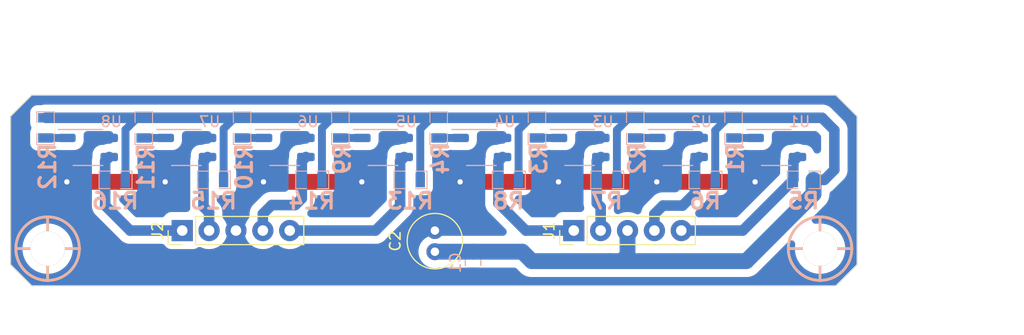
<source format=kicad_pcb>
(kicad_pcb (version 20221018) (generator pcbnew)
  (layers (0 "F.Cu" signal) (31 "B.Cu" signal) (34 "B.Paste" user) (35 "F.Paste" user) (36 "B.SilkS" user "B.Silkscreen") (37 "F.SilkS" user "F.Silkscreen") (38 "B.Mask" user) (39 "F.Mask" user) (44 "Edge.Cuts" user))
  (net 0 "")
  (net 1 "GND")
  (net 2 "+3V3")
  (net 3 "Net-(U1-A)")
  (net 4 "Net-(U2-A)")
  (net 5 "Net-(U3-A)")
  (net 6 "Net-(U4-A)")
  (net 7 "/OUT_1")
  (net 8 "/OUT_2")
  (net 9 "/OUT_3")
  (net 10 "/OUT_4")
  (net 11 "Net-(U5-A)")
  (net 12 "Net-(U6-A)")
  (net 13 "Net-(U7-A)")
  (net 14 "Net-(U8-A)")
  (net 15 "/OUT_5")
  (net 16 "/OUT_6")
  (net 17 "/OUT_7")
  (net 18 "/OUT_8")
  (footprint "EESTN5-v2:Separador_M3_5mm" (layer "F.Cu") (at 123.5 70.5)
    (fp_text reference "H1" hide)
    (fp_text value "HOLE" hide)
    (fp_line (start -3 0) (end 3 0) (stroke (width 0.254)) (layer "B.SilkS"))
    (fp_line (start 0 -3) (end 0 3) (stroke (width 0.254)) (layer "B.SilkS"))
    (fp_circle (center 0 0) (end 3 0) (stroke (width 0.254)) (fill none) (layer "B.SilkS"))
    (fp_line (start -3 0) (end 3 0) (stroke (width 0.254)) (layer "F.SilkS"))
    (fp_line (start 0 -3) (end 0 3) (stroke (width 0.254)) (layer "F.SilkS"))
    (fp_circle (center 0 0) (end 3 0) (stroke (width 0.254)) (fill none) (layer "F.SilkS"))
    (pad "1" thru_hole circle (at 0 0) (size 3.25 3.25) (drill 3.25) (layers "*.Cu" "F.SilkS"))
  )
  (footprint "EESTN5-v2:Separador_M3_5mm" (layer "F.Cu") (at 196.5 70.5)
    (fp_text reference "H2" hide)
    (fp_text value "HOLE" hide)
    (fp_line (start -3 0) (end 3 0) (stroke (width 0.254)) (layer "B.SilkS"))
    (fp_line (start 0 -3) (end 0 3) (stroke (width 0.254)) (layer "B.SilkS"))
    (fp_circle (center 0 0) (end 3 0) (stroke (width 0.254)) (fill none) (layer "B.SilkS"))
    (fp_line (start -3 0) (end 3 0) (stroke (width 0.254)) (layer "F.SilkS"))
    (fp_line (start 0 -3) (end 0 3) (stroke (width 0.254)) (layer "F.SilkS"))
    (fp_circle (center 0 0) (end 3 0) (stroke (width 0.254)) (fill none) (layer "F.SilkS"))
    (pad "1" thru_hole circle (at 0 0) (size 3.25 3.25) (drill 3.25) (layers "*.Cu" "F.SilkS"))
  )
  (footprint "Connector_PinHeader_2.54mm:PinHeader_1x05_P2.54mm_Vertical" (layer "F.Cu") (at 136.22 68.79 90)
    (fp_text reference "J2" (at 0 -2.33 90) (layer "F.SilkS"))
    (fp_text value "Conn_01x05_Pin")
    (fp_line (start -1.33 -1.33) (end 0 -1.33) (stroke (width 0.12)) (layer "F.SilkS"))
    (fp_line (start -1.33 0) (end -1.33 -1.33) (stroke (width 0.12)) (layer "F.SilkS"))
    (fp_line (start -1.33 1.27) (end -1.33 11.49) (stroke (width 0.12)) (layer "F.SilkS"))
    (fp_line (start -1.33 1.27) (end 1.33 1.27) (stroke (width 0.12)) (layer "F.SilkS"))
    (fp_line (start -1.33 11.49) (end 1.33 11.49) (stroke (width 0.12)) (layer "F.SilkS"))
    (fp_line (start 1.33 1.27) (end 1.33 11.49) (stroke (width 0.12)) (layer "F.SilkS"))
    (pad "1" thru_hole rect (at 0 0 90) (size 2 2) (drill 1) (layers "*.Cu" "*.Mask") (net 18 "/OUT_8"))
    (pad "2" thru_hole oval (at 0 2.54 90) (size 2 2) (drill 1) (layers "*.Cu" "*.Mask") (net 17 "/OUT_7"))
    (pad "3" thru_hole oval (at 0 5.08 90) (size 2 2) (drill 1) (layers "*.Cu" "*.Mask") (net 1 "GND"))
    (pad "4" thru_hole oval (at 0 7.62 90) (size 2 2) (drill 1) (layers "*.Cu" "*.Mask") (net 16 "/OUT_6"))
    (pad "5" thru_hole oval (at 0 10.16 90) (size 2 2) (drill 1) (layers "*.Cu" "*.Mask") (net 15 "/OUT_5"))
  )
  (footprint "Connector_PinHeader_2.54mm:PinHeader_1x05_P2.54mm_Vertical" (layer "F.Cu") (at 173.225 68.79 90)
    (fp_text reference "J1" (at 0 -2.33 90) (layer "F.SilkS"))
    (fp_text value "Conn_01x05_Pin")
    (fp_line (start -1.33 -1.33) (end 0 -1.33) (stroke (width 0.12)) (layer "F.SilkS"))
    (fp_line (start -1.33 0) (end -1.33 -1.33) (stroke (width 0.12)) (layer "F.SilkS"))
    (fp_line (start -1.33 1.27) (end -1.33 11.49) (stroke (width 0.12)) (layer "F.SilkS"))
    (fp_line (start -1.33 1.27) (end 1.33 1.27) (stroke (width 0.12)) (layer "F.SilkS"))
    (fp_line (start -1.33 11.49) (end 1.33 11.49) (stroke (width 0.12)) (layer "F.SilkS"))
    (fp_line (start 1.33 1.27) (end 1.33 11.49) (stroke (width 0.12)) (layer "F.SilkS"))
    (pad "1" thru_hole rect (at 0 0 90) (size 2 2) (drill 1) (layers "*.Cu" "*.Mask") (net 10 "/OUT_4"))
    (pad "2" thru_hole oval (at 0 2.54 90) (size 2 2) (drill 1) (layers "*.Cu" "*.Mask") (net 9 "/OUT_3"))
    (pad "3" thru_hole oval (at 0 5.08 90) (size 2 2) (drill 1) (layers "*.Cu" "*.Mask") (net 2 "+3V3"))
    (pad "4" thru_hole oval (at 0 7.62 90) (size 2 2) (drill 1) (layers "*.Cu" "*.Mask") (net 8 "/OUT_2"))
    (pad "5" thru_hole oval (at 0 10.16 90) (size 2 2) (drill 1) (layers "*.Cu" "*.Mask") (net 7 "/OUT_1"))
  )
  (footprint "Capacitor_THT:C_Radial_D5.0mm_H11.0mm_P2.00mm" (layer "F.Cu") (at 160.1 70.79 90)
    (fp_text reference "C2" (at 1 -3.75 90) (layer "F.SilkS"))
    (fp_text value "100uf")
    (fp_circle (center 1 0) (end 3.62 0) (stroke (width 0.12)) (fill none) (layer "F.SilkS"))
    (pad "1" thru_hole circle (at 0 0 90) (size 1.6 1.6) (drill 0.8) (layers "*.Cu" "*.Mask") (net 2 "+3V3"))
    (pad "2" thru_hole circle (at 2 0 90) (size 1.6 1.6) (drill 0.8) (layers "*.Cu" "*.Mask") (net 1 "GND"))
  )
  (footprint "EESTN5-v2:R_0805" (layer "B.Cu") (at 148.47335 64)
    (fp_text reference "R14" (at 0 2) (layer "B.SilkS") (effects (font (size 1.5 1.5) (thickness 0.3)) (justify mirror)))
    (fp_text value "10k" hide)
    (fp_line (start -1.524 -0.8255) (end -1.524 0.8255) (stroke (width 0.09906)) (layer "B.SilkS"))
    (fp_line (start -1.524 0.8255) (end -0.508 0.8255) (stroke (width 0.09906)) (layer "B.SilkS"))
    (fp_line (start -0.508 -0.8255) (end -1.524 -0.8255) (stroke (width 0.09906)) (layer "B.SilkS"))
    (fp_line (start 0.508 0.8255) (end 1.5875 0.8255) (stroke (width 0.09906)) (layer "B.SilkS"))
    (fp_line (start 1.5875 -0.8255) (end 0.508 -0.8255) (stroke (width 0.09906)) (layer "B.SilkS"))
    (fp_line (start 1.5875 0.8255) (end 1.5875 -0.8255) (stroke (width 0.09906)) (layer "B.SilkS"))
    (pad "1" smd rect (at -0.9525 0) (size 0.889 1.397) (layers "B.Cu" "B.Paste" "B.Mask") (net 16 "/OUT_6"))
    (pad "2" smd rect (at 0.9525 0) (size 0.889 1.397) (layers "B.Cu" "B.Paste" "B.Mask") (net 2 "+3V3"))
  )
  (footprint "OptoDevice:OnSemi_CASE100CY" (layer "B.Cu") (at 127.322499 60.94 -90)
    (fp_text reference "U8" (at -2.44 -2.2) (layer "B.SilkS") (effects (justify mirror)))
    (fp_text value "QRE1113GR")
    (fp_line (start -1.7 -1.4) (end -1.7 2.8) (stroke (width 0.12)) (layer "B.SilkS"))
    (fp_line (start 1.7 -1.4) (end 1.7 1.4) (stroke (width 0.12)) (layer "B.SilkS"))
    (pad "1" smd roundrect (at -0.9 2 270) (size 0.79 1.66) (layers "B.Cu" "B.Paste" "B.Mask") (net 14 "Net-(U8-A)"))
    (pad "2" smd roundrect (at -0.9 -2 270) (size 0.79 1.66) (layers "B.Cu" "B.Paste" "B.Mask") (net 1 "GND"))
    (pad "3" smd roundrect (at 0.9 -2 270) (size 0.79 1.66) (layers "B.Cu" "B.Paste" "B.Mask") (net 18 "/OUT_8"))
    (pad "4" smd roundrect (at 0.9 2 270) (size 0.79 1.66) (layers "B.Cu" "B.Paste" "B.Mask") (net 1 "GND"))
  )
  (footprint "EESTN5-v2:R_0805" (layer "B.Cu") (at 129.889499 64)
    (fp_text reference "R16" (at 0 2) (layer "B.SilkS") (effects (font (size 1.5 1.5) (thickness 0.3)) (justify mirror)))
    (fp_text value "10k" hide)
    (fp_line (start -1.524 -0.8255) (end -1.524 0.8255) (stroke (width 0.09906)) (layer "B.SilkS"))
    (fp_line (start -1.524 0.8255) (end -0.508 0.8255) (stroke (width 0.09906)) (layer "B.SilkS"))
    (fp_line (start -0.508 -0.8255) (end -1.524 -0.8255) (stroke (width 0.09906)) (layer "B.SilkS"))
    (fp_line (start 0.508 0.8255) (end 1.5875 0.8255) (stroke (width 0.09906)) (layer "B.SilkS"))
    (fp_line (start 1.5875 -0.8255) (end 0.508 -0.8255) (stroke (width 0.09906)) (layer "B.SilkS"))
    (fp_line (start 1.5875 0.8255) (end 1.5875 -0.8255) (stroke (width 0.09906)) (layer "B.SilkS"))
    (pad "1" smd rect (at -0.9525 0) (size 0.889 1.397) (layers "B.Cu" "B.Paste" "B.Mask") (net 18 "/OUT_8"))
    (pad "2" smd rect (at 0.9525 0) (size 0.889 1.397) (layers "B.Cu" "B.Paste" "B.Mask") (net 2 "+3V3"))
  )
  (footprint "OptoDevice:OnSemi_CASE100CY" (layer "B.Cu") (at 192.36597 60.94 -90)
    (fp_text reference "U1" (at -2.44 -2.2) (layer "B.SilkS") (effects (justify mirror)))
    (fp_text value "QRE1113GR")
    (fp_line (start -1.7 -1.4) (end -1.7 2.8) (stroke (width 0.12)) (layer "B.SilkS"))
    (fp_line (start 1.7 -1.4) (end 1.7 1.4) (stroke (width 0.12)) (layer "B.SilkS"))
    (pad "1" smd roundrect (at -0.9 2 270) (size 0.79 1.66) (layers "B.Cu" "B.Paste" "B.Mask") (net 3 "Net-(U1-A)"))
    (pad "2" smd roundrect (at -0.9 -2 270) (size 0.79 1.66) (layers "B.Cu" "B.Paste" "B.Mask") (net 1 "GND"))
    (pad "3" smd roundrect (at 0.9 -2 270) (size 0.79 1.66) (layers "B.Cu" "B.Paste" "B.Mask") (net 7 "/OUT_1"))
    (pad "4" smd roundrect (at 0.9 2 270) (size 0.79 1.66) (layers "B.Cu" "B.Paste" "B.Mask") (net 1 "GND"))
  )
  (footprint "Capacitor_SMD:C_0805_2012Metric_Pad1.18x1.45mm_HandSolder" (layer "B.Cu") (at 163.71 71.8275 -90)
    (fp_text reference "C1" (at 0 1.68 90) (layer "B.SilkS") (effects (justify mirror)))
    (fp_text value "100nf")
    (fp_line (start -0.261252 -0.735) (end 0.261252 -0.735) (stroke (width 0.12)) (layer "B.SilkS"))
    (fp_line (start -0.261252 0.735) (end 0.261252 0.735) (stroke (width 0.12)) (layer "B.SilkS"))
    (pad "1" smd roundrect (at -1.0375 0 270) (size 1.175 1.45) (layers "B.Cu" "B.Paste" "B.Mask") (roundrect_rratio 0.212766) (net 2 "+3V3"))
    (pad "2" smd roundrect (at 1.0375 0 270) (size 1.175 1.45) (layers "B.Cu" "B.Paste" "B.Mask") (roundrect_rratio 0.212766) (net 1 "GND"))
  )
  (footprint "EESTN5-v2:R_0805" (layer "B.Cu") (at 123.3 59.0875 -90)
    (fp_text reference "R12" (at 3.6625 -0.2 90) (layer "B.SilkS") (effects (font (size 1.5 1.5) (thickness 0.3)) (justify mirror)))
    (fp_text value "100" hide)
    (fp_line (start -1.524 -0.8255) (end -1.524 0.8255) (stroke (width 0.09906)) (layer "B.SilkS"))
    (fp_line (start -1.524 0.8255) (end -0.508 0.8255) (stroke (width 0.09906)) (layer "B.SilkS"))
    (fp_line (start -0.508 -0.8255) (end -1.524 -0.8255) (stroke (width 0.09906)) (layer "B.SilkS"))
    (fp_line (start 0.508 0.8255) (end 1.5875 0.8255) (stroke (width 0.09906)) (layer "B.SilkS"))
    (fp_line (start 1.5875 -0.8255) (end 0.508 -0.8255) (stroke (width 0.09906)) (layer "B.SilkS"))
    (fp_line (start 1.5875 0.8255) (end 1.5875 -0.8255) (stroke (width 0.09906)) (layer "B.SilkS"))
    (pad "1" smd rect (at -0.9525 0 270) (size 0.889 1.397) (layers "B.Cu" "B.Paste" "B.Mask") (net 2 "+3V3"))
    (pad "2" smd rect (at 0.9525 0 270) (size 0.889 1.397) (layers "B.Cu" "B.Paste" "B.Mask") (net 14 "Net-(U8-A)"))
  )
  (footprint "OptoDevice:OnSemi_CASE100CY" (layer "B.Cu") (at 145.90635 60.94 -90)
    (fp_text reference "U6" (at -2.44 -2.2) (layer "B.SilkS") (effects (justify mirror)))
    (fp_text value "QRE1113GR")
    (fp_line (start -1.7 -1.4) (end -1.7 2.8) (stroke (width 0.12)) (layer "B.SilkS"))
    (fp_line (start 1.7 -1.4) (end 1.7 1.4) (stroke (width 0.12)) (layer "B.SilkS"))
    (pad "1" smd roundrect (at -0.9 2 270) (size 0.79 1.66) (layers "B.Cu" "B.Paste" "B.Mask") (net 12 "Net-(U6-A)"))
    (pad "2" smd roundrect (at -0.9 -2 270) (size 0.79 1.66) (layers "B.Cu" "B.Paste" "B.Mask") (net 1 "GND"))
    (pad "3" smd roundrect (at 0.9 -2 270) (size 0.79 1.66) (layers "B.Cu" "B.Paste" "B.Mask") (net 16 "/OUT_6"))
    (pad "4" smd roundrect (at 0.9 2 270) (size 0.79 1.66) (layers "B.Cu" "B.Paste" "B.Mask") (net 1 "GND"))
  )
  (footprint "EESTN5-v2:R_0805" (layer "B.Cu") (at 167.057198 64)
    (fp_text reference "R8" (at 0 2) (layer "B.SilkS") (effects (font (size 1.5 1.5) (thickness 0.3)) (justify mirror)))
    (fp_text value "10k" hide)
    (fp_line (start -1.524 -0.8255) (end -1.524 0.8255) (stroke (width 0.09906)) (layer "B.SilkS"))
    (fp_line (start -1.524 0.8255) (end -0.508 0.8255) (stroke (width 0.09906)) (layer "B.SilkS"))
    (fp_line (start -0.508 -0.8255) (end -1.524 -0.8255) (stroke (width 0.09906)) (layer "B.SilkS"))
    (fp_line (start 0.508 0.8255) (end 1.5875 0.8255) (stroke (width 0.09906)) (layer "B.SilkS"))
    (fp_line (start 1.5875 -0.8255) (end 0.508 -0.8255) (stroke (width 0.09906)) (layer "B.SilkS"))
    (fp_line (start 1.5875 0.8255) (end 1.5875 -0.8255) (stroke (width 0.09906)) (layer "B.SilkS"))
    (pad "1" smd rect (at -0.9525 0) (size 0.889 1.397) (layers "B.Cu" "B.Paste" "B.Mask") (net 10 "/OUT_4"))
    (pad "2" smd rect (at 0.9525 0) (size 0.889 1.397) (layers "B.Cu" "B.Paste" "B.Mask") (net 2 "+3V3"))
  )
  (footprint "EESTN5-v2:R_0805" (layer "B.Cu") (at 179.03571 59.0875 -90)
    (fp_text reference "R2" (at 2.9125 -0.175 90) (layer "B.SilkS") (effects (font (size 1.5 1.5) (thickness 0.3)) (justify mirror)))
    (fp_text value "100" hide)
    (fp_line (start -1.524 -0.8255) (end -1.524 0.8255) (stroke (width 0.09906)) (layer "B.SilkS"))
    (fp_line (start -1.524 0.8255) (end -0.508 0.8255) (stroke (width 0.09906)) (layer "B.SilkS"))
    (fp_line (start -0.508 -0.8255) (end -1.524 -0.8255) (stroke (width 0.09906)) (layer "B.SilkS"))
    (fp_line (start 0.508 0.8255) (end 1.5875 0.8255) (stroke (width 0.09906)) (layer "B.SilkS"))
    (fp_line (start 1.5875 -0.8255) (end 0.508 -0.8255) (stroke (width 0.09906)) (layer "B.SilkS"))
    (fp_line (start 1.5875 0.8255) (end 1.5875 -0.8255) (stroke (width 0.09906)) (layer "B.SilkS"))
    (pad "1" smd rect (at -0.9525 0 270) (size 0.889 1.397) (layers "B.Cu" "B.Paste" "B.Mask") (net 2 "+3V3"))
    (pad "2" smd rect (at 0.9525 0 270) (size 0.889 1.397) (layers "B.Cu" "B.Paste" "B.Mask") (net 4 "Net-(U2-A)"))
  )
  (footprint "EESTN5-v2:R_0805" (layer "B.Cu") (at 160.45714 59.0875 -90)
    (fp_text reference "R4" (at 2.9125 -0.175 90) (layer "B.SilkS") (effects (font (size 1.5 1.5) (thickness 0.3)) (justify mirror)))
    (fp_text value "100" hide)
    (fp_line (start -1.524 -0.8255) (end -1.524 0.8255) (stroke (width 0.09906)) (layer "B.SilkS"))
    (fp_line (start -1.524 0.8255) (end -0.508 0.8255) (stroke (width 0.09906)) (layer "B.SilkS"))
    (fp_line (start -0.508 -0.8255) (end -1.524 -0.8255) (stroke (width 0.09906)) (layer "B.SilkS"))
    (fp_line (start 0.508 0.8255) (end 1.5875 0.8255) (stroke (width 0.09906)) (layer "B.SilkS"))
    (fp_line (start 1.5875 -0.8255) (end 0.508 -0.8255) (stroke (width 0.09906)) (layer "B.SilkS"))
    (fp_line (start 1.5875 0.8255) (end 1.5875 -0.8255) (stroke (width 0.09906)) (layer "B.SilkS"))
    (pad "1" smd rect (at -0.9525 0 270) (size 0.889 1.397) (layers "B.Cu" "B.Paste" "B.Mask") (net 2 "+3V3"))
    (pad "2" smd rect (at 0.9525 0 270) (size 0.889 1.397) (layers "B.Cu" "B.Paste" "B.Mask") (net 6 "Net-(U4-A)"))
  )
  (footprint "EESTN5-v2:R_0805" (layer "B.Cu") (at 185.641046 64)
    (fp_text reference "R6" (at 0 2) (layer "B.SilkS") (effects (font (size 1.5 1.5) (thickness 0.3)) (justify mirror)))
    (fp_text value "10k" hide)
    (fp_line (start -1.524 -0.8255) (end -1.524 0.8255) (stroke (width 0.09906)) (layer "B.SilkS"))
    (fp_line (start -1.524 0.8255) (end -0.508 0.8255) (stroke (width 0.09906)) (layer "B.SilkS"))
    (fp_line (start -0.508 -0.8255) (end -1.524 -0.8255) (stroke (width 0.09906)) (layer "B.SilkS"))
    (fp_line (start 0.508 0.8255) (end 1.5875 0.8255) (stroke (width 0.09906)) (layer "B.SilkS"))
    (fp_line (start 1.5875 -0.8255) (end 0.508 -0.8255) (stroke (width 0.09906)) (layer "B.SilkS"))
    (fp_line (start 1.5875 0.8255) (end 1.5875 -0.8255) (stroke (width 0.09906)) (layer "B.SilkS"))
    (pad "1" smd rect (at -0.9525 0) (size 0.889 1.397) (layers "B.Cu" "B.Paste" "B.Mask") (net 8 "/OUT_2"))
    (pad "2" smd rect (at 0.9525 0) (size 0.889 1.397) (layers "B.Cu" "B.Paste" "B.Mask") (net 2 "+3V3"))
  )
  (footprint "OptoDevice:OnSemi_CASE100CY" (layer "B.Cu") (at 164.490198 60.94 -90)
    (fp_text reference "U4" (at -2.44 -2.2) (layer "B.SilkS") (effects (justify mirror)))
    (fp_text value "QRE1113GR")
    (fp_line (start -1.7 -1.4) (end -1.7 2.8) (stroke (width 0.12)) (layer "B.SilkS"))
    (fp_line (start 1.7 -1.4) (end 1.7 1.4) (stroke (width 0.12)) (layer "B.SilkS"))
    (pad "1" smd roundrect (at -0.9 2 270) (size 0.79 1.66) (layers "B.Cu" "B.Paste" "B.Mask") (net 6 "Net-(U4-A)"))
    (pad "2" smd roundrect (at -0.9 -2 270) (size 0.79 1.66) (layers "B.Cu" "B.Paste" "B.Mask") (net 1 "GND"))
    (pad "3" smd roundrect (at 0.9 -2 270) (size 0.79 1.66) (layers "B.Cu" "B.Paste" "B.Mask") (net 10 "/OUT_4"))
    (pad "4" smd roundrect (at 0.9 2 270) (size 0.79 1.66) (layers "B.Cu" "B.Paste" "B.Mask") (net 1 "GND"))
  )
  (footprint "OptoDevice:OnSemi_CASE100CY" (layer "B.Cu") (at 136.614426 60.94 -90)
    (fp_text reference "U7" (at -2.44 -2.2) (layer "B.SilkS") (effects (justify mirror)))
    (fp_text value "QRE1113GR")
    (fp_line (start -1.7 -1.4) (end -1.7 2.8) (stroke (width 0.12)) (layer "B.SilkS"))
    (fp_line (start 1.7 -1.4) (end 1.7 1.4) (stroke (width 0.12)) (layer "B.SilkS"))
    (pad "1" smd roundrect (at -0.9 2 270) (size 0.79 1.66) (layers "B.Cu" "B.Paste" "B.Mask") (net 13 "Net-(U7-A)"))
    (pad "2" smd roundrect (at -0.9 -2 270) (size 0.79 1.66) (layers "B.Cu" "B.Paste" "B.Mask") (net 1 "GND"))
    (pad "3" smd roundrect (at 0.9 -2 270) (size 0.79 1.66) (layers "B.Cu" "B.Paste" "B.Mask") (net 17 "/OUT_7"))
    (pad "4" smd roundrect (at 0.9 2 270) (size 0.79 1.66) (layers "B.Cu" "B.Paste" "B.Mask") (net 1 "GND"))
  )
  (footprint "EESTN5-v2:R_0805" (layer "B.Cu") (at 169.746425 59.0875 -90)
    (fp_text reference "R3" (at 2.9125 -0.175 90) (layer "B.SilkS") (effects (font (size 1.5 1.5) (thickness 0.3)) (justify mirror)))
    (fp_text value "100" hide)
    (fp_line (start -1.524 -0.8255) (end -1.524 0.8255) (stroke (width 0.09906)) (layer "B.SilkS"))
    (fp_line (start -1.524 0.8255) (end -0.508 0.8255) (stroke (width 0.09906)) (layer "B.SilkS"))
    (fp_line (start -0.508 -0.8255) (end -1.524 -0.8255) (stroke (width 0.09906)) (layer "B.SilkS"))
    (fp_line (start 0.508 0.8255) (end 1.5875 0.8255) (stroke (width 0.09906)) (layer "B.SilkS"))
    (fp_line (start 1.5875 -0.8255) (end 0.508 -0.8255) (stroke (width 0.09906)) (layer "B.SilkS"))
    (fp_line (start 1.5875 0.8255) (end 1.5875 -0.8255) (stroke (width 0.09906)) (layer "B.SilkS"))
    (pad "1" smd rect (at -0.9525 0 270) (size 0.889 1.397) (layers "B.Cu" "B.Paste" "B.Mask") (net 2 "+3V3"))
    (pad "2" smd rect (at 0.9525 0 270) (size 0.889 1.397) (layers "B.Cu" "B.Paste" "B.Mask") (net 5 "Net-(U3-A)"))
  )
  (footprint "EESTN5-v2:R_0805" (layer "B.Cu") (at 139.181426 64)
    (fp_text reference "R15" (at 0 2) (layer "B.SilkS") (effects (font (size 1.5 1.5) (thickness 0.3)) (justify mirror)))
    (fp_text value "10k" hide)
    (fp_line (start -1.524 -0.8255) (end -1.524 0.8255) (stroke (width 0.09906)) (layer "B.SilkS"))
    (fp_line (start -1.524 0.8255) (end -0.508 0.8255) (stroke (width 0.09906)) (layer "B.SilkS"))
    (fp_line (start -0.508 -0.8255) (end -1.524 -0.8255) (stroke (width 0.09906)) (layer "B.SilkS"))
    (fp_line (start 0.508 0.8255) (end 1.5875 0.8255) (stroke (width 0.09906)) (layer "B.SilkS"))
    (fp_line (start 1.5875 -0.8255) (end 0.508 -0.8255) (stroke (width 0.09906)) (layer "B.SilkS"))
    (fp_line (start 1.5875 0.8255) (end 1.5875 -0.8255) (stroke (width 0.09906)) (layer "B.SilkS"))
    (pad "1" smd rect (at -0.9525 0) (size 0.889 1.397) (layers "B.Cu" "B.Paste" "B.Mask") (net 17 "/OUT_7"))
    (pad "2" smd rect (at 0.9525 0) (size 0.889 1.397) (layers "B.Cu" "B.Paste" "B.Mask") (net 2 "+3V3"))
  )
  (footprint "OptoDevice:OnSemi_CASE100CY" (layer "B.Cu") (at 173.782122 60.94 -90)
    (fp_text reference "U3" (at -2.44 -2.2) (layer "B.SilkS") (effects (justify mirror)))
    (fp_text value "QRE1113GR")
    (fp_line (start -1.7 -1.4) (end -1.7 2.8) (stroke (width 0.12)) (layer "B.SilkS"))
    (fp_line (start 1.7 -1.4) (end 1.7 1.4) (stroke (width 0.12)) (layer "B.SilkS"))
    (pad "1" smd roundrect (at -0.9 2 270) (size 0.79 1.66) (layers "B.Cu" "B.Paste" "B.Mask") (net 5 "Net-(U3-A)"))
    (pad "2" smd roundrect (at -0.9 -2 270) (size 0.79 1.66) (layers "B.Cu" "B.Paste" "B.Mask") (net 1 "GND"))
    (pad "3" smd roundrect (at 0.9 -2 270) (size 0.79 1.66) (layers "B.Cu" "B.Paste" "B.Mask") (net 9 "/OUT_3"))
    (pad "4" smd roundrect (at 0.9 2 270) (size 0.79 1.66) (layers "B.Cu" "B.Paste" "B.Mask") (net 1 "GND"))
  )
  (footprint "EESTN5-v2:R_0805" (layer "B.Cu") (at 157.765274 64)
    (fp_text reference "R13" (at 0 2) (layer "B.SilkS") (effects (font (size 1.5 1.5) (thickness 0.3)) (justify mirror)))
    (fp_text value "10k" hide)
    (fp_line (start -1.524 -0.8255) (end -1.524 0.8255) (stroke (width 0.09906)) (layer "B.SilkS"))
    (fp_line (start -1.524 0.8255) (end -0.508 0.8255) (stroke (width 0.09906)) (layer "B.SilkS"))
    (fp_line (start -0.508 -0.8255) (end -1.524 -0.8255) (stroke (width 0.09906)) (layer "B.SilkS"))
    (fp_line (start 0.508 0.8255) (end 1.5875 0.8255) (stroke (width 0.09906)) (layer "B.SilkS"))
    (fp_line (start 1.5875 -0.8255) (end 0.508 -0.8255) (stroke (width 0.09906)) (layer "B.SilkS"))
    (fp_line (start 1.5875 0.8255) (end 1.5875 -0.8255) (stroke (width 0.09906)) (layer "B.SilkS"))
    (pad "1" smd rect (at -0.9525 0) (size 0.889 1.397) (layers "B.Cu" "B.Paste" "B.Mask") (net 15 "/OUT_5"))
    (pad "2" smd rect (at 0.9525 0) (size 0.889 1.397) (layers "B.Cu" "B.Paste" "B.Mask") (net 2 "+3V3"))
  )
  (footprint "EESTN5-v2:R_0805" (layer "B.Cu") (at 151.167855 59.0875 -90)
    (fp_text reference "R9" (at 2.9125 -0.175 90) (layer "B.SilkS") (effects (font (size 1.5 1.5) (thickness 0.3)) (justify mirror)))
    (fp_text value "100" hide)
    (fp_line (start -1.524 -0.8255) (end -1.524 0.8255) (stroke (width 0.09906)) (layer "B.SilkS"))
    (fp_line (start -1.524 0.8255) (end -0.508 0.8255) (stroke (width 0.09906)) (layer "B.SilkS"))
    (fp_line (start -0.508 -0.8255) (end -1.524 -0.8255) (stroke (width 0.09906)) (layer "B.SilkS"))
    (fp_line (start 0.508 0.8255) (end 1.5875 0.8255) (stroke (width 0.09906)) (layer "B.SilkS"))
    (fp_line (start 1.5875 -0.8255) (end 0.508 -0.8255) (stroke (width 0.09906)) (layer "B.SilkS"))
    (fp_line (start 1.5875 0.8255) (end 1.5875 -0.8255) (stroke (width 0.09906)) (layer "B.SilkS"))
    (pad "1" smd rect (at -0.9525 0 270) (size 0.889 1.397) (layers "B.Cu" "B.Paste" "B.Mask") (net 2 "+3V3"))
    (pad "2" smd rect (at 0.9525 0 270) (size 0.889 1.397) (layers "B.Cu" "B.Paste" "B.Mask") (net 11 "Net-(U5-A)"))
  )
  (footprint "EESTN5-v2:R_0805" (layer "B.Cu") (at 141.87857 59.0875 -90)
    (fp_text reference "R10" (at 3.6625 -0.2 90) (layer "B.SilkS") (effects (font (size 1.5 1.5) (thickness 0.3)) (justify mirror)))
    (fp_text value "100" hide)
    (fp_line (start -1.524 -0.8255) (end -1.524 0.8255) (stroke (width 0.09906)) (layer "B.SilkS"))
    (fp_line (start -1.524 0.8255) (end -0.508 0.8255) (stroke (width 0.09906)) (layer "B.SilkS"))
    (fp_line (start -0.508 -0.8255) (end -1.524 -0.8255) (stroke (width 0.09906)) (layer "B.SilkS"))
    (fp_line (start 0.508 0.8255) (end 1.5875 0.8255) (stroke (width 0.09906)) (layer "B.SilkS"))
    (fp_line (start 1.5875 -0.8255) (end 0.508 -0.8255) (stroke (width 0.09906)) (layer "B.SilkS"))
    (fp_line (start 1.5875 0.8255) (end 1.5875 -0.8255) (stroke (width 0.09906)) (layer "B.SilkS"))
    (pad "1" smd rect (at -0.9525 0 270) (size 0.889 1.397) (layers "B.Cu" "B.Paste" "B.Mask") (net 2 "+3V3"))
    (pad "2" smd rect (at 0.9525 0 270) (size 0.889 1.397) (layers "B.Cu" "B.Paste" "B.Mask") (net 12 "Net-(U6-A)"))
  )
  (footprint "EESTN5-v2:R_0805" (layer "B.Cu") (at 188.325 59.0875 -90)
    (fp_text reference "R1" (at 2.9125 -0.175 90) (layer "B.SilkS") (effects (font (size 1.5 1.5) (thickness 0.3)) (justify mirror)))
    (fp_text value "100" hide)
    (fp_line (start -1.524 -0.8255) (end -1.524 0.8255) (stroke (width 0.09906)) (layer "B.SilkS"))
    (fp_line (start -1.524 0.8255) (end -0.508 0.8255) (stroke (width 0.09906)) (layer "B.SilkS"))
    (fp_line (start -0.508 -0.8255) (end -1.524 -0.8255) (stroke (width 0.09906)) (layer "B.SilkS"))
    (fp_line (start 0.508 0.8255) (end 1.5875 0.8255) (stroke (width 0.09906)) (layer "B.SilkS"))
    (fp_line (start 1.5875 -0.8255) (end 0.508 -0.8255) (stroke (width 0.09906)) (layer "B.SilkS"))
    (fp_line (start 1.5875 0.8255) (end 1.5875 -0.8255) (stroke (width 0.09906)) (layer "B.SilkS"))
    (pad "1" smd rect (at -0.9525 0 270) (size 0.889 1.397) (layers "B.Cu" "B.Paste" "B.Mask") (net 2 "+3V3"))
    (pad "2" smd rect (at 0.9525 0 270) (size 0.889 1.397) (layers "B.Cu" "B.Paste" "B.Mask") (net 3 "Net-(U1-A)"))
  )
  (footprint "EESTN5-v2:R_0805" (layer "B.Cu") (at 132.589285 59.0875 -90)
    (fp_text reference "R11" (at 3.6625 -0.2 90) (layer "B.SilkS") (effects (font (size 1.5 1.5) (thickness 0.3)) (justify mirror)))
    (fp_text value "100" hide)
    (fp_line (start -1.524 -0.8255) (end -1.524 0.8255) (stroke (width 0.09906)) (layer "B.SilkS"))
    (fp_line (start -1.524 0.8255) (end -0.508 0.8255) (stroke (width 0.09906)) (layer "B.SilkS"))
    (fp_line (start -0.508 -0.8255) (end -1.524 -0.8255) (stroke (width 0.09906)) (layer "B.SilkS"))
    (fp_line (start 0.508 0.8255) (end 1.5875 0.8255) (stroke (width 0.09906)) (layer "B.SilkS"))
    (fp_line (start 1.5875 -0.8255) (end 0.508 -0.8255) (stroke (width 0.09906)) (layer "B.SilkS"))
    (fp_line (start 1.5875 0.8255) (end 1.5875 -0.8255) (stroke (width 0.09906)) (layer "B.SilkS"))
    (pad "1" smd rect (at -0.9525 0 270) (size 0.889 1.397) (layers "B.Cu" "B.Paste" "B.Mask") (net 2 "+3V3"))
    (pad "2" smd rect (at 0.9525 0 270) (size 0.889 1.397) (layers "B.Cu" "B.Paste" "B.Mask") (net 13 "Net-(U7-A)"))
  )
  (footprint "EESTN5-v2:R_0805" (layer "B.Cu") (at 194.93297 64)
    (fp_text reference "R5" (at 0 2) (layer "B.SilkS") (effects (font (size 1.5 1.5) (thickness 0.3)) (justify mirror)))
    (fp_text value "10k" hide)
    (fp_line (start -1.524 -0.8255) (end -1.524 0.8255) (stroke (width 0.09906)) (layer "B.SilkS"))
    (fp_line (start -1.524 0.8255) (end -0.508 0.8255) (stroke (width 0.09906)) (layer "B.SilkS"))
    (fp_line (start -0.508 -0.8255) (end -1.524 -0.8255) (stroke (width 0.09906)) (layer "B.SilkS"))
    (fp_line (start 0.508 0.8255) (end 1.5875 0.8255) (stroke (width 0.09906)) (layer "B.SilkS"))
    (fp_line (start 1.5875 -0.8255) (end 0.508 -0.8255) (stroke (width 0.09906)) (layer "B.SilkS"))
    (fp_line (start 1.5875 0.8255) (end 1.5875 -0.8255) (stroke (width 0.09906)) (layer "B.SilkS"))
    (pad "1" smd rect (at -0.9525 0) (size 0.889 1.397) (layers "B.Cu" "B.Paste" "B.Mask") (net 7 "/OUT_1"))
    (pad "2" smd rect (at 0.9525 0) (size 0.889 1.397) (layers "B.Cu" "B.Paste" "B.Mask") (net 2 "+3V3"))
  )
  (footprint "EESTN5-v2:R_0805" (layer "B.Cu") (at 176.349122 64)
    (fp_text reference "R7" (at 0 2) (layer "B.SilkS") (effects (font (size 1.5 1.5) (thickness 0.3)) (justify mirror)))
    (fp_text value "10k" hide)
    (fp_line (start -1.524 -0.8255) (end -1.524 0.8255) (stroke (width 0.09906)) (layer "B.SilkS"))
    (fp_line (start -1.524 0.8255) (end -0.508 0.8255) (stroke (width 0.09906)) (layer "B.SilkS"))
    (fp_line (start -0.508 -0.8255) (end -1.524 -0.8255) (stroke (width 0.09906)) (layer "B.SilkS"))
    (fp_line (start 0.508 0.8255) (end 1.5875 0.8255) (stroke (width 0.09906)) (layer "B.SilkS"))
    (fp_line (start 1.5875 -0.8255) (end 0.508 -0.8255) (stroke (width 0.09906)) (layer "B.SilkS"))
    (fp_line (start 1.5875 0.8255) (end 1.5875 -0.8255) (stroke (width 0.09906)) (layer "B.SilkS"))
    (pad "1" smd rect (at -0.9525 0) (size 0.889 1.397) (layers "B.Cu" "B.Paste" "B.Mask") (net 9 "/OUT_3"))
    (pad "2" smd rect (at 0.9525 0) (size 0.889 1.397) (layers "B.Cu" "B.Paste" "B.Mask") (net 2 "+3V3"))
  )
  (footprint "OptoDevice:OnSemi_CASE100CY" (layer "B.Cu") (at 183.074046 60.94 -90)
    (fp_text reference "U2" (at -2.44 -2.2) (layer "B.SilkS") (effects (justify mirror)))
    (fp_text value "QRE1113GR")
    (fp_line (start -1.7 -1.4) (end -1.7 2.8) (stroke (width 0.12)) (layer "B.SilkS"))
    (fp_line (start 1.7 -1.4) (end 1.7 1.4) (stroke (width 0.12)) (layer "B.SilkS"))
    (pad "1" smd roundrect (at -0.9 2 270) (size 0.79 1.66) (layers "B.Cu" "B.Paste" "B.Mask") (net 4 "Net-(U2-A)"))
    (pad "2" smd roundrect (at -0.9 -2 270) (size 0.79 1.66) (layers "B.Cu" "B.Paste" "B.Mask") (net 1 "GND"))
    (pad "3" smd roundrect (at 0.9 -2 270) (size 0.79 1.66) (layers "B.Cu" "B.Paste" "B.Mask") (net 8 "/OUT_2"))
    (pad "4" smd roundrect (at 0.9 2 270) (size 0.79 1.66) (layers "B.Cu" "B.Paste" "B.Mask") (net 1 "GND"))
  )
  (footprint "OptoDevice:OnSemi_CASE100CY" (layer "B.Cu") (at 155.198274 60.94 -90)
    (fp_text reference "U5" (at -2.44 -2.2) (layer "B.SilkS") (effects (justify mirror)))
    (fp_text value "QRE1113GR")
    (fp_line (start -1.7 -1.4) (end -1.7 2.8) (stroke (width 0.12)) (layer "B.SilkS"))
    (fp_line (start 1.7 -1.4) (end 1.7 1.4) (stroke (width 0.12)) (layer "B.SilkS"))
    (pad "1" smd roundrect (at -0.9 2 270) (size 0.79 1.66) (layers "B.Cu" "B.Paste" "B.Mask") (net 11 "Net-(U5-A)"))
    (pad "2" smd roundrect (at -0.9 -2 270) (size 0.79 1.66) (layers "B.Cu" "B.Paste" "B.Mask") (net 1 "GND"))
    (pad "3" smd roundrect (at 0.9 -2 270) (size 0.79 1.66) (layers "B.Cu" "B.Paste" "B.Mask") (net 15 "/OUT_5"))
    (pad "4" smd roundrect (at 0.9 2 270) (size 0.79 1.66) (layers "B.Cu" "B.Paste" "B.Mask") (net 1 "GND"))
  )
  (gr_line (start 200 58) (end 200 72) (stroke (width 0.1)) (layer "Edge.Cuts"))
  (gr_line (start 120 58) (end 122 56) (stroke (width 0.1)) (layer "Edge.Cuts"))
  (gr_line (start 198 74) (end 122 74) (stroke (width 0.1)) (layer "Edge.Cuts"))
  (gr_line (start 120 72) (end 120 58) (stroke (width 0.1)) (layer "Edge.Cuts"))
  (gr_line (start 122 74) (end 120 72) (stroke (width 0.1)) (layer "Edge.Cuts"))
  (gr_line (start 122 56) (end 198 56) (stroke (width 0.1)) (layer "Edge.Cuts"))
  (gr_line (start 200 72) (end 198 74) (stroke (width 0.1)) (layer "Edge.Cuts"))
  (gr_line (start 198 56) (end 200 58) (stroke (width 0.1)) (layer "Edge.Cuts"))
  (segment (start 125.318453 64.19) (end 134.61038 64.19) (width 1.5) (layer "F.Cu") (net 1))
  (segment (start 162.486152 64.19) (end 171.778076 64.19) (width 1.5) (layer "F.Cu") (net 1))
  (segment (start 190.361924 64.19) (end 181.07 64.19) (width 1.5) (layer "F.Cu") (net 1))
  (segment (start 143.902304 64.19) (end 153.194228 64.19) (width 1.5) (layer "F.Cu") (net 1))
  (segment (start 181.07 64.19) (end 171.778076 64.19) (width 1.5) (layer "F.Cu") (net 1))
  (segment (start 125.355 64.375) (end 125.32 64.34) (width 0.75) (layer "F.Cu") (net 1))
  (via (at 125.318453 64.19) (size 2) (drill 0.5) (layers "F.Cu" "B.Cu") (net 1))
  (via (at 143.902304 64.19) (size 2) (drill 0.5) (layers "F.Cu" "B.Cu") (net 1))
  (via (at 181.07 64.19) (size 2) (drill 0.5) (layers "F.Cu" "B.Cu") (net 1))
  (via (at 171.778076 64.19) (size 2) (drill 0.5) (layers "F.Cu" "B.Cu") (net 1))
  (via (at 190.361924 64.19) (size 2) (drill 0.5) (layers "F.Cu" "B.Cu") (net 1))
  (via (at 134.61038 64.19) (size 2) (drill 0.5) (layers "F.Cu" "B.Cu") (net 1))
  (via (at 162.486152 64.19) (size 2) (drill 0.5) (layers "F.Cu" "B.Cu") (net 1))
  (via (at 153.194228 64.19) (size 2) (drill 0.5) (layers "F.Cu" "B.Cu") (net 1))
  (segment (start 178.305 71.125) (end 178.305 68.79) (width 1.5) (layer "B.Cu") (net 2))
  (segment (start 169.145 58.135) (end 169.746425 58.135) (width 0.75) (layer "B.Cu") (net 2))
  (segment (start 195.88547 64) (end 195.88547 65.32453) (width 1.5) (layer "B.Cu") (net 2))
  (segment (start 189.53 71.68) (end 176.685 71.68) (width 1.5) (layer "B.Cu") (net 2))
  (segment (start 197.85 63.05) (end 196.9 64) (width 1) (layer "B.Cu") (net 2))
  (segment (start 158.717774 59.192226) (end 159.775 58.135) (width 0.75) (layer "B.Cu") (net 2))
  (segment (start 196.685 58.135) (end 197.85 59.3) (width 1) (layer "B.Cu") (net 2))
  (segment (start 177.301622 59.288378) (end 178.455 58.135) (width 0.75) (layer "B.Cu") (net 2))
  (segment (start 140.133926 64) (end 140.133926 59.176074) (width 0.75) (layer "B.Cu") (net 2))
  (segment (start 168.009698 59.270302) (end 169.145 58.135) (width 0.75) (layer "B.Cu") (net 2))
  (segment (start 159.775 58.135) (end 196.685 58.135) (width 1) (layer "B.Cu") (net 2))
  (segment (start 149.42585 59.10915) (end 150.4 58.135) (width 0.75) (layer "B.Cu") (net 2))
  (segment (start 130.86 63.86) (end 130.86 59.25) (width 0.75) (layer "B.Cu") (net 2))
  (segment (start 149.42585 64) (end 149.42585 59.10915) (width 0.75) (layer "B.Cu") (net 2))
  (segment (start 123.3 58.135) (end 141.175 58.135) (width 1) (layer "B.Cu") (net 2))
  (segment (start 178.455 58.135) (end 179.03571 58.135) (width 0.75) (layer "B.Cu") (net 2))
  (segment (start 131.975 58.135) (end 132.6 58.135) (width 0.75) (layer "B.Cu") (net 2))
  (segment (start 169.25 71.68) (end 176.685 71.68) (width 1.5) (layer "B.Cu") (net 2))
  (segment (start 186.593546 64) (end 186.593546 59.326454) (width 0.75) (layer "B.Cu") (net 2))
  (segment (start 177.301622 64) (end 177.301622 59.288378) (width 0.75) (layer "B.Cu") (net 2))
  (segment (start 163.71 70.79) (end 168.36 70.79) (width 1.5) (layer "B.Cu") (net 2))
  (segment (start 177.75 71.68) (end 178.305 71.125) (width 1.5) (layer "B.Cu") (net 2))
  (segment (start 158.717774 64) (end 158.717774 59.192226) (width 0.75) (layer "B.Cu") (net 2))
  (segment (start 197.85 59.3) (end 197.85 63.05) (width 1) (layer "B.Cu") (net 2))
  (segment (start 186.593546 59.326454) (end 187.785 58.135) (width 0.75) (layer "B.Cu") (net 2))
  (segment (start 195.88547 65.32453) (end 189.53 71.68) (width 1.5) (layer "B.Cu") (net 2))
  (segment (start 130.86 59.25) (end 131.975 58.135) (width 0.75) (layer "B.Cu") (net 2))
  (segment (start 163.71 70.79) (end 160.1 70.79) (width 1.5) (layer "B.Cu") (net 2))
  (segment (start 168.009698 64) (end 168.009698 59.270302) (width 0.75) (layer "B.Cu") (net 2))
  (segment (start 140.133926 59.176074) (end 141.175 58.135) (width 0.75) (layer "B.Cu") (net 2))
  (segment (start 196.9 64) (end 195.88547 64) (width 1) (layer "B.Cu") (net 2))
  (segment (start 168.36 70.79) (end 169.25 71.68) (width 1.5) (layer "B.Cu") (net 2))
  (segment (start 150.4 58.135) (end 159.775 58.135) (width 1) (layer "B.Cu") (net 2))
  (segment (start 141.175 58.135) (end 150.4 58.135) (width 1) (layer "B.Cu") (net 2))
  (segment (start 187.785 58.135) (end 188.325 58.135) (width 0.75) (layer "B.Cu") (net 2))
  (segment (start 188.325 60.04) (end 190.36597 60.04) (width 0.75) (layer "B.Cu") (net 3))
  (segment (start 179.03571 60.04) (end 181.074046 60.04) (width 0.75) (layer "B.Cu") (net 4))
  (segment (start 169.746425 60.04) (end 171.782122 60.04) (width 0.75) (layer "B.Cu") (net 5))
  (segment (start 160.45714 60.04) (end 162.490198 60.04) (width 0.75) (layer "B.Cu") (net 6))
  (segment (start 193.98047 64) (end 193.98047 62.2255) (width 1) (layer "B.Cu") (net 7))
  (segment (start 193.98047 62.2255) (end 194.36597 61.84) (width 1) (layer "B.Cu") (net 7))
  (segment (start 189.19047 68.79) (end 193.98047 64) (width 1) (layer "B.Cu") (net 7))
  (segment (start 183.385 68.79) (end 189.19047 68.79) (width 1) (layer "B.Cu") (net 7))
  (segment (start 181.65 66.43) (end 183.51 66.43) (width 1) (layer "B.Cu") (net 8))
  (segment (start 180.845 67.235) (end 181.65 66.43) (width 1) (layer "B.Cu") (net 8))
  (segment (start 180.845 68.79) (end 180.845 67.235) (width 1) (layer "B.Cu") (net 8))
  (segment (start 183.51 66.43) (end 184.688546 65.251454) (width 1) (layer "B.Cu") (net 8))
  (segment (start 184.688546 65.251454) (end 184.688546 64) (width 1) (layer "B.Cu") (net 8))
  (segment (start 184.688546 64) (end 184.688546 62.2255) (width 1) (layer "B.Cu") (net 8))
  (segment (start 184.688546 62.2255) (end 185.074046 61.84) (width 1) (layer "B.Cu") (net 8))
  (segment (start 175.396622 66.186622) (end 175.396622 64) (width 1) (layer "B.Cu") (net 9))
  (segment (start 175.396622 62.2255) (end 175.782122 61.84) (width 1) (layer "B.Cu") (net 9))
  (segment (start 175.396622 64) (end 175.396622 62.2255) (width 1) (layer "B.Cu") (net 9))
  (segment (start 175.765 68.79) (end 175.765 66.555) (width 1) (layer "B.Cu") (net 9))
  (segment (start 175.765 66.555) (end 175.396622 66.186622) (width 1) (layer "B.Cu") (net 9))
  (segment (start 166.104698 66.204698) (end 166.104698 64) (width 1) (layer "B.Cu") (net 10))
  (segment (start 166.104698 62.2255) (end 166.490198 61.84) (width 1) (layer "B.Cu") (net 10))
  (segment (start 173.225 68.79) (end 168.69 68.79) (width 1) (layer "B.Cu") (net 10))
  (segment (start 166.104698 64) (end 166.104698 62.2255) (width 1) (layer "B.Cu") (net 10))
  (segment (start 168.69 68.79) (end 166.104698 66.204698) (width 1) (layer "B.Cu") (net 10))
  (segment (start 151.167855 60.04) (end 153.198274 60.04) (width 0.75) (layer "B.Cu") (net 11))
  (segment (start 141.87857 60.04) (end 143.90635 60.04) (width 0.75) (layer "B.Cu") (net 12))
  (segment (start 132.6 60.04) (end 134.614426 60.04) (width 0.75) (layer "B.Cu") (net 13))
  (segment (start 123.3 60.04) (end 125.322499 60.04) (width 0.75) (layer "B.Cu") (net 14))
  (segment (start 154.49 68.79) (end 156.812774 66.467226) (width 1) (layer "B.Cu") (net 15))
  (segment (start 146.38 68.79) (end 154.49 68.79) (width 1) (layer "B.Cu") (net 15))
  (segment (start 156.812774 62.2255) (end 157.198274 61.84) (width 1) (layer "B.Cu") (net 15))
  (segment (start 156.812774 64) (end 156.812774 62.2255) (width 1) (layer "B.Cu") (net 15))
  (segment (start 156.812774 66.467226) (end 156.812774 64) (width 1) (layer "B.Cu") (net 15))
  (segment (start 146.9 66.38) (end 147.52085 65.75915) (width 1) (layer "B.Cu") (net 16))
  (segment (start 144.68 66.38) (end 146.9 66.38) (width 1) (layer "B.Cu") (net 16))
  (segment (start 147.52085 62.2255) (end 147.90635 61.84) (width 1) (layer "B.Cu") (net 16))
  (segment (start 143.84 67.22) (end 144.68 66.38) (width 1) (layer "B.Cu") (net 16))
  (segment (start 143.84 68.79) (end 143.84 67.22) (width 1) (layer "B.Cu") (net 16))
  (segment (start 147.52085 65.75915) (end 147.52085 64) (width 1) (layer "B.Cu") (net 16))
  (segment (start 147.52085 64) (end 147.52085 62.2255) (width 1) (layer "B.Cu") (net 16))
  (segment (start 138.76 67.08) (end 138.228926 66.548926) (width 1) (layer "B.Cu") (net 17))
  (segment (start 138.76 68.79) (end 138.76 67.08) (width 1) (layer "B.Cu") (net 17))
  (segment (start 138.228926 62.2255) (end 138.614426 61.84) (width 1) (layer "B.Cu") (net 17))
  (segment (start 138.228926 64) (end 138.228926 62.2255) (width 1) (layer "B.Cu") (net 17))
  (segment (start 138.228926 66.548926) (end 138.228926 64) (width 1) (layer "B.Cu") (net 17))
  (segment (start 128.936999 62.2255) (end 129.322499 61.84) (width 1) (layer "B.Cu") (net 18))
  (segment (start 131.3 68.79) (end 128.936999 66.426999) (width 1) (layer "B.Cu") (net 18))
  (segment (start 128.936999 66.426999) (end 128.936999 64) (width 1) (layer "B.Cu") (net 18))
  (segment (start 136.22 68.79) (end 131.3 68.79) (width 1) (layer "B.Cu") (net 18))
  (segment (start 128.936999 64) (end 128.936999 62.2255) (width 1) (layer "B.Cu") (net 18))
  (zone (net 1) (net_name "GND") (layer "B.Cu") (connect_pads yes (clearance 0.75)) (min_thickness 0.75) (fill yes (thermal_gap 0.75) (thermal_bridge_width 0.75))
    (polygon (pts (xy 119 55) (xy 201 55) (xy 201 75) (xy 119 75)))
  )
)
</source>
